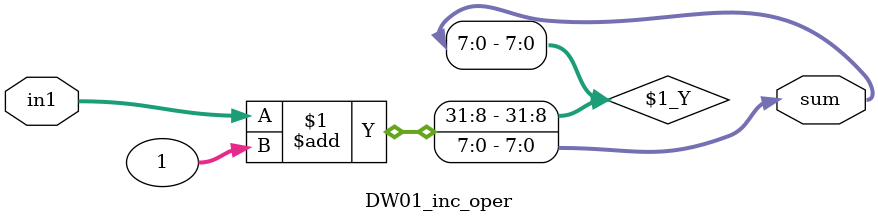
<source format=v>
module DW01_inc_oper(in1,sum);
  parameter wordlength = 8;

  input [wordlength-1:0] in1;
  output [wordlength-1:0] sum;
 
  assign  sum = in1 + 1;
endmodule


</source>
